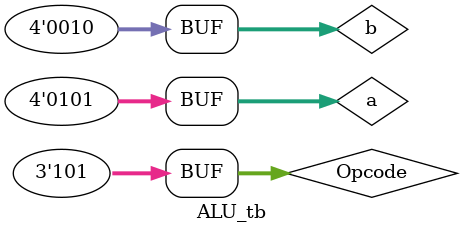
<source format=v>
`timescale 10ns/1ps

module ALU_tb;

    reg     [2:0] Opcode;
    reg     [3:0] a, b;
    wire    [3:0] result;

    initial begin
        Opcode <= 3'd0; // addition
        a <= 3'd2;
        b <= 3'd3;
        #10;

        Opcode <= 3'd1; //subtraction
        a <= 3'd7;
        b <= 3'd4;
        #10;

        Opcode <= 3'd2; //multiplication
        a <= 3'd2;
        b <= 3'd3;
        #10;

        Opcode <= 3'd3; // bitwise-or
        a <= 3'd1;
        b <= 3'd2;
        #10;

        Opcode <= 3'd4; // bitwise-and
        a <= 3'd7;
        b <= 3'd7;
        #10;

        Opcode <= 3'd5; // bitwise-xor
        a <= 3'd5;
        b <= 3'd2;
        #10;
    end
    ALU U1(a, b, Opcode, result);
endmodule


</source>
